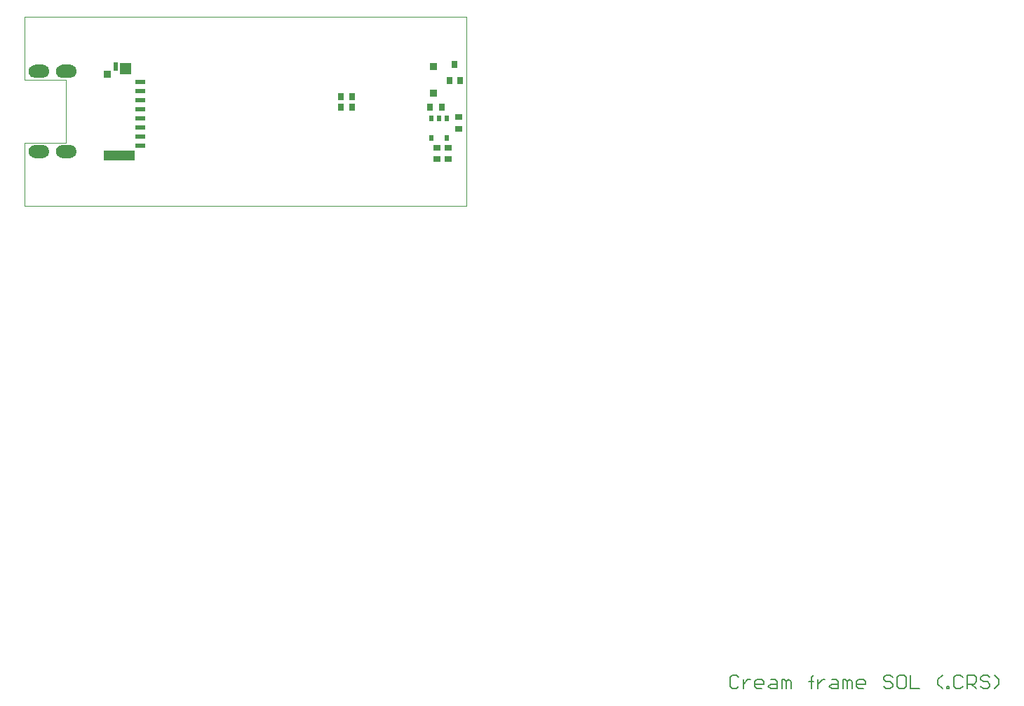
<source format=gbp>
G75*
%MOIN*%
%OFA0B0*%
%FSLAX25Y25*%
%IPPOS*%
%LPD*%
%AMOC8*
5,1,8,0,0,1.08239X$1,22.5*
%
%ADD10C,0.00000*%
%ADD11C,0.00600*%
%ADD12C,0.00500*%
%ADD13R,0.04921X0.02362*%
%ADD14R,0.14764X0.04724*%
%ADD15R,0.05512X0.05709*%
%ADD16R,0.02362X0.03937*%
%ADD17R,0.03346X0.03740*%
%ADD18R,0.02165X0.03150*%
%ADD19R,0.03500X0.03000*%
%ADD20R,0.03000X0.03500*%
%ADD21R,0.02756X0.03543*%
%ADD22R,0.03740X0.03543*%
D10*
X0185000Y0255000D02*
X0185000Y0284843D01*
X0204882Y0284843D01*
X0204882Y0315157D01*
X0185000Y0315157D01*
X0185000Y0345000D01*
X0395000Y0345000D01*
X0395000Y0255000D01*
X0185000Y0255000D01*
D11*
X0520300Y0030638D02*
X0520300Y0026368D01*
X0521368Y0025300D01*
X0523503Y0025300D01*
X0524570Y0026368D01*
X0526745Y0027435D02*
X0528881Y0029570D01*
X0529948Y0029570D01*
X0532117Y0028503D02*
X0533184Y0029570D01*
X0535319Y0029570D01*
X0536387Y0028503D01*
X0536387Y0027435D01*
X0532117Y0027435D01*
X0532117Y0026368D02*
X0532117Y0028503D01*
X0532117Y0026368D02*
X0533184Y0025300D01*
X0535319Y0025300D01*
X0538562Y0026368D02*
X0539630Y0027435D01*
X0542833Y0027435D01*
X0542833Y0028503D02*
X0542833Y0025300D01*
X0539630Y0025300D01*
X0538562Y0026368D01*
X0539630Y0029570D02*
X0541765Y0029570D01*
X0542833Y0028503D01*
X0545008Y0029570D02*
X0545008Y0025300D01*
X0547143Y0025300D02*
X0547143Y0028503D01*
X0548210Y0029570D01*
X0549278Y0028503D01*
X0549278Y0025300D01*
X0547143Y0028503D02*
X0546075Y0029570D01*
X0545008Y0029570D01*
X0557899Y0028503D02*
X0560034Y0028503D01*
X0558966Y0030638D02*
X0560034Y0031705D01*
X0558966Y0030638D02*
X0558966Y0025300D01*
X0562196Y0025300D02*
X0562196Y0029570D01*
X0562196Y0027435D02*
X0564331Y0029570D01*
X0565398Y0029570D01*
X0568635Y0029570D02*
X0570770Y0029570D01*
X0571837Y0028503D01*
X0571837Y0025300D01*
X0568635Y0025300D01*
X0567567Y0026368D01*
X0568635Y0027435D01*
X0571837Y0027435D01*
X0574012Y0025300D02*
X0574012Y0029570D01*
X0575080Y0029570D01*
X0576148Y0028503D01*
X0577215Y0029570D01*
X0578283Y0028503D01*
X0578283Y0025300D01*
X0576148Y0025300D02*
X0576148Y0028503D01*
X0580458Y0028503D02*
X0581526Y0029570D01*
X0583661Y0029570D01*
X0584728Y0028503D01*
X0584728Y0027435D01*
X0580458Y0027435D01*
X0580458Y0026368D02*
X0580458Y0028503D01*
X0580458Y0026368D02*
X0581526Y0025300D01*
X0583661Y0025300D01*
X0593349Y0026368D02*
X0594417Y0025300D01*
X0596552Y0025300D01*
X0597619Y0026368D01*
X0597619Y0027435D01*
X0596552Y0028503D01*
X0594417Y0028503D01*
X0593349Y0029570D01*
X0593349Y0030638D01*
X0594417Y0031705D01*
X0596552Y0031705D01*
X0597619Y0030638D01*
X0599794Y0030638D02*
X0599794Y0026368D01*
X0600862Y0025300D01*
X0602997Y0025300D01*
X0604065Y0026368D01*
X0604065Y0030638D01*
X0602997Y0031705D01*
X0600862Y0031705D01*
X0599794Y0030638D01*
X0606240Y0031705D02*
X0606240Y0025300D01*
X0610510Y0025300D01*
X0619131Y0027435D02*
X0619131Y0029570D01*
X0621266Y0031705D01*
X0619131Y0027435D02*
X0621266Y0025300D01*
X0623428Y0025300D02*
X0624496Y0025300D01*
X0624496Y0026368D01*
X0623428Y0026368D01*
X0623428Y0025300D01*
X0626651Y0026368D02*
X0626651Y0030638D01*
X0627718Y0031705D01*
X0629853Y0031705D01*
X0630921Y0030638D01*
X0633096Y0031705D02*
X0633096Y0025300D01*
X0633096Y0027435D02*
X0636299Y0027435D01*
X0637367Y0028503D01*
X0637367Y0030638D01*
X0636299Y0031705D01*
X0633096Y0031705D01*
X0635231Y0027435D02*
X0637367Y0025300D01*
X0639542Y0026368D02*
X0640609Y0025300D01*
X0642744Y0025300D01*
X0643812Y0026368D01*
X0643812Y0027435D01*
X0642744Y0028503D01*
X0640609Y0028503D01*
X0639542Y0029570D01*
X0639542Y0030638D01*
X0640609Y0031705D01*
X0642744Y0031705D01*
X0643812Y0030638D01*
X0645987Y0031705D02*
X0648122Y0029570D01*
X0648122Y0027435D01*
X0645987Y0025300D01*
X0630921Y0026368D02*
X0629853Y0025300D01*
X0627718Y0025300D01*
X0626651Y0026368D01*
X0526745Y0025300D02*
X0526745Y0029570D01*
X0524570Y0030638D02*
X0523503Y0031705D01*
X0521368Y0031705D01*
X0520300Y0030638D01*
D12*
X0208945Y0279374D02*
X0208602Y0278957D01*
X0208185Y0278614D01*
X0207708Y0278359D01*
X0207191Y0278203D01*
X0206654Y0278150D01*
X0203110Y0278150D01*
X0202573Y0278203D01*
X0202056Y0278359D01*
X0201579Y0278614D01*
X0201162Y0278957D01*
X0200819Y0279374D01*
X0200564Y0279851D01*
X0200407Y0280368D01*
X0200354Y0280906D01*
X0200407Y0281443D01*
X0200564Y0281960D01*
X0200819Y0282437D01*
X0201162Y0282854D01*
X0201579Y0283197D01*
X0202056Y0283452D01*
X0202573Y0283608D01*
X0203110Y0283661D01*
X0206654Y0283661D01*
X0207191Y0283608D01*
X0207708Y0283452D01*
X0208185Y0283197D01*
X0208602Y0282854D01*
X0208945Y0282437D01*
X0209200Y0281960D01*
X0209356Y0281443D01*
X0209409Y0280906D01*
X0209356Y0280368D01*
X0209200Y0279851D01*
X0208945Y0279374D01*
X0208973Y0279427D02*
X0200791Y0279427D01*
X0200541Y0279926D02*
X0209222Y0279926D01*
X0209362Y0280424D02*
X0200402Y0280424D01*
X0200356Y0280923D02*
X0209408Y0280923D01*
X0209359Y0281421D02*
X0200405Y0281421D01*
X0200552Y0281920D02*
X0209212Y0281920D01*
X0208955Y0282418D02*
X0200809Y0282418D01*
X0201238Y0282917D02*
X0208526Y0282917D01*
X0207776Y0283415D02*
X0201987Y0283415D01*
X0201196Y0278929D02*
X0208568Y0278929D01*
X0207840Y0278430D02*
X0201923Y0278430D01*
X0196230Y0279926D02*
X0187549Y0279926D01*
X0187572Y0279851D02*
X0187415Y0280368D01*
X0187362Y0280906D01*
X0187415Y0281443D01*
X0187572Y0281960D01*
X0187827Y0282437D01*
X0188169Y0282854D01*
X0188587Y0283197D01*
X0189063Y0283452D01*
X0189580Y0283608D01*
X0190118Y0283661D01*
X0193661Y0283661D01*
X0194199Y0283608D01*
X0194716Y0283452D01*
X0195193Y0283197D01*
X0195610Y0282854D01*
X0195953Y0282437D01*
X0196208Y0281960D01*
X0196364Y0281443D01*
X0196417Y0280906D01*
X0196364Y0280368D01*
X0196208Y0279851D01*
X0195953Y0279374D01*
X0195610Y0278957D01*
X0195193Y0278614D01*
X0194716Y0278359D01*
X0194199Y0278203D01*
X0193661Y0278150D01*
X0190118Y0278150D01*
X0189580Y0278203D01*
X0189063Y0278359D01*
X0188587Y0278614D01*
X0188169Y0278957D01*
X0187827Y0279374D01*
X0187572Y0279851D01*
X0187799Y0279427D02*
X0195981Y0279427D01*
X0195576Y0278929D02*
X0188204Y0278929D01*
X0188931Y0278430D02*
X0194848Y0278430D01*
X0196370Y0280424D02*
X0187410Y0280424D01*
X0187364Y0280923D02*
X0196416Y0280923D01*
X0196367Y0281421D02*
X0187413Y0281421D01*
X0187560Y0281920D02*
X0196220Y0281920D01*
X0195963Y0282418D02*
X0187817Y0282418D01*
X0188245Y0282917D02*
X0195534Y0282917D01*
X0194784Y0283415D02*
X0188995Y0283415D01*
X0190118Y0316339D02*
X0189580Y0316392D01*
X0189063Y0316548D01*
X0188587Y0316803D01*
X0188169Y0317146D01*
X0187827Y0317563D01*
X0187572Y0318040D01*
X0187415Y0318557D01*
X0187362Y0319094D01*
X0187415Y0319632D01*
X0187572Y0320149D01*
X0187827Y0320626D01*
X0188169Y0321043D01*
X0188587Y0321386D01*
X0189063Y0321641D01*
X0189580Y0321797D01*
X0190118Y0321850D01*
X0193661Y0321850D01*
X0194199Y0321797D01*
X0194716Y0321641D01*
X0195193Y0321386D01*
X0195610Y0321043D01*
X0195953Y0320626D01*
X0196208Y0320149D01*
X0196364Y0319632D01*
X0196417Y0319094D01*
X0196364Y0318557D01*
X0196208Y0318040D01*
X0195953Y0317563D01*
X0195610Y0317146D01*
X0195193Y0316803D01*
X0194716Y0316548D01*
X0194199Y0316392D01*
X0193661Y0316339D01*
X0190118Y0316339D01*
X0188572Y0316815D02*
X0195208Y0316815D01*
X0195748Y0317314D02*
X0188031Y0317314D01*
X0187694Y0317812D02*
X0196086Y0317812D01*
X0196290Y0318311D02*
X0187490Y0318311D01*
X0187390Y0318809D02*
X0196389Y0318809D01*
X0196396Y0319308D02*
X0187383Y0319308D01*
X0187468Y0319806D02*
X0196311Y0319806D01*
X0196124Y0320305D02*
X0187655Y0320305D01*
X0187973Y0320803D02*
X0195807Y0320803D01*
X0195295Y0321302D02*
X0188485Y0321302D01*
X0189612Y0321801D02*
X0194168Y0321801D01*
X0200460Y0319806D02*
X0209304Y0319806D01*
X0209356Y0319632D02*
X0209409Y0319094D01*
X0209356Y0318557D01*
X0209200Y0318040D01*
X0208945Y0317563D01*
X0208602Y0317146D01*
X0208185Y0316803D01*
X0207708Y0316548D01*
X0207191Y0316392D01*
X0206654Y0316339D01*
X0203110Y0316339D01*
X0202573Y0316392D01*
X0202056Y0316548D01*
X0201579Y0316803D01*
X0201162Y0317146D01*
X0200819Y0317563D01*
X0200564Y0318040D01*
X0200407Y0318557D01*
X0200354Y0319094D01*
X0200407Y0319632D01*
X0200564Y0320149D01*
X0200819Y0320626D01*
X0201162Y0321043D01*
X0201579Y0321386D01*
X0202056Y0321641D01*
X0202573Y0321797D01*
X0203110Y0321850D01*
X0206654Y0321850D01*
X0207191Y0321797D01*
X0207708Y0321641D01*
X0208185Y0321386D01*
X0208602Y0321043D01*
X0208945Y0320626D01*
X0209200Y0320149D01*
X0209356Y0319632D01*
X0209388Y0319308D02*
X0200375Y0319308D01*
X0200382Y0318809D02*
X0209381Y0318809D01*
X0209282Y0318311D02*
X0200482Y0318311D01*
X0200686Y0317812D02*
X0209078Y0317812D01*
X0208740Y0317314D02*
X0201024Y0317314D01*
X0201564Y0316815D02*
X0208200Y0316815D01*
X0209116Y0320305D02*
X0200647Y0320305D01*
X0200965Y0320803D02*
X0208799Y0320803D01*
X0208287Y0321302D02*
X0201477Y0321302D01*
X0202604Y0321801D02*
X0207160Y0321801D01*
D13*
X0240000Y0313907D03*
X0240000Y0309577D03*
X0240000Y0305246D03*
X0240000Y0300915D03*
X0240000Y0296585D03*
X0240000Y0292254D03*
X0240000Y0287923D03*
X0240000Y0283593D03*
D14*
X0230236Y0279065D03*
D15*
X0233209Y0320305D03*
D16*
X0228287Y0321191D03*
D17*
X0224449Y0317549D03*
D18*
X0378260Y0296824D03*
X0382000Y0296824D03*
X0385740Y0296824D03*
X0385740Y0287376D03*
X0378260Y0287376D03*
D19*
X0381000Y0282750D03*
X0381000Y0277250D03*
X0386500Y0277250D03*
X0386500Y0282750D03*
X0391500Y0291750D03*
X0391500Y0297250D03*
D20*
X0383250Y0302000D03*
X0377750Y0302000D03*
X0340750Y0302000D03*
X0340750Y0307000D03*
X0335250Y0307000D03*
X0335250Y0302000D03*
D21*
X0386941Y0314760D03*
X0392059Y0314760D03*
X0389500Y0322240D03*
D22*
X0379500Y0321201D03*
X0379500Y0308799D03*
M02*

</source>
